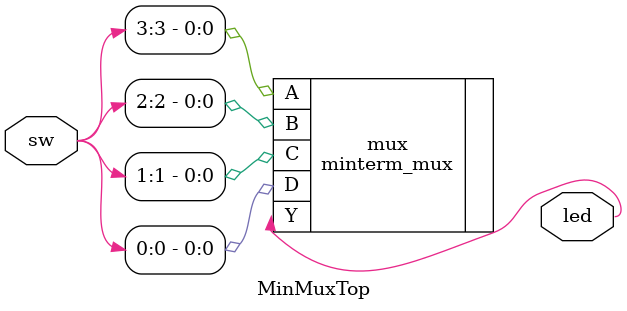
<source format=v>
`timescale 1ns / 1ps
module MinMuxTop(
    input [3:0] sw,
    output led
);

minterm_mux mux(.A(sw[3]), .B(sw[2]), .C(sw[1]), .D(sw[0]), .Y(led));

endmodule

</source>
